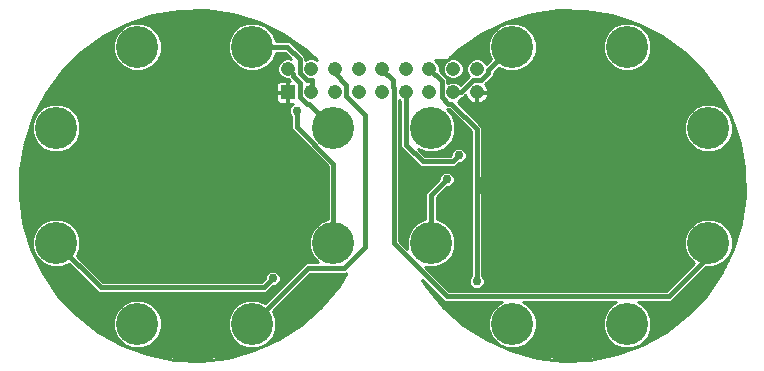
<source format=gbl>
G75*
%MOIN*%
%OFA0B0*%
%FSLAX25Y25*%
%IPPOS*%
%LPD*%
%AMOC8*
5,1,8,0,0,1.08239X$1,22.5*
%
%ADD10C,0.15000*%
%ADD11R,0.04756X0.04756*%
%ADD12C,0.04756*%
%ADD13C,0.14000*%
%ADD14C,0.01600*%
%ADD15C,0.03000*%
%ADD16C,0.29600*%
%ADD17C,0.01000*%
D10*
X0041500Y0073750D02*
X0041507Y0074302D01*
X0041527Y0074854D01*
X0041561Y0075405D01*
X0041608Y0075955D01*
X0041669Y0076504D01*
X0041744Y0077051D01*
X0041831Y0077597D01*
X0041932Y0078140D01*
X0042047Y0078680D01*
X0042174Y0079217D01*
X0042315Y0079751D01*
X0042469Y0080281D01*
X0042636Y0080808D01*
X0042815Y0081330D01*
X0043008Y0081848D01*
X0043213Y0082360D01*
X0043430Y0082868D01*
X0043660Y0083370D01*
X0043902Y0083866D01*
X0044157Y0084356D01*
X0044423Y0084840D01*
X0044701Y0085317D01*
X0044991Y0085787D01*
X0045292Y0086250D01*
X0045604Y0086706D01*
X0045928Y0087153D01*
X0046262Y0087593D01*
X0046607Y0088024D01*
X0046963Y0088446D01*
X0047329Y0088860D01*
X0047704Y0089265D01*
X0048090Y0089660D01*
X0048485Y0090046D01*
X0048890Y0090421D01*
X0049304Y0090787D01*
X0049726Y0091143D01*
X0050157Y0091488D01*
X0050597Y0091822D01*
X0051044Y0092146D01*
X0051500Y0092458D01*
X0051963Y0092759D01*
X0052433Y0093049D01*
X0052910Y0093327D01*
X0053394Y0093593D01*
X0053884Y0093848D01*
X0054380Y0094090D01*
X0054882Y0094320D01*
X0055390Y0094537D01*
X0055902Y0094742D01*
X0056420Y0094935D01*
X0056942Y0095114D01*
X0057469Y0095281D01*
X0057999Y0095435D01*
X0058533Y0095576D01*
X0059070Y0095703D01*
X0059610Y0095818D01*
X0060153Y0095919D01*
X0060699Y0096006D01*
X0061246Y0096081D01*
X0061795Y0096142D01*
X0062345Y0096189D01*
X0062896Y0096223D01*
X0063448Y0096243D01*
X0064000Y0096250D01*
X0064552Y0096243D01*
X0065104Y0096223D01*
X0065655Y0096189D01*
X0066205Y0096142D01*
X0066754Y0096081D01*
X0067301Y0096006D01*
X0067847Y0095919D01*
X0068390Y0095818D01*
X0068930Y0095703D01*
X0069467Y0095576D01*
X0070001Y0095435D01*
X0070531Y0095281D01*
X0071058Y0095114D01*
X0071580Y0094935D01*
X0072098Y0094742D01*
X0072610Y0094537D01*
X0073118Y0094320D01*
X0073620Y0094090D01*
X0074116Y0093848D01*
X0074606Y0093593D01*
X0075090Y0093327D01*
X0075567Y0093049D01*
X0076037Y0092759D01*
X0076500Y0092458D01*
X0076956Y0092146D01*
X0077403Y0091822D01*
X0077843Y0091488D01*
X0078274Y0091143D01*
X0078696Y0090787D01*
X0079110Y0090421D01*
X0079515Y0090046D01*
X0079910Y0089660D01*
X0080296Y0089265D01*
X0080671Y0088860D01*
X0081037Y0088446D01*
X0081393Y0088024D01*
X0081738Y0087593D01*
X0082072Y0087153D01*
X0082396Y0086706D01*
X0082708Y0086250D01*
X0083009Y0085787D01*
X0083299Y0085317D01*
X0083577Y0084840D01*
X0083843Y0084356D01*
X0084098Y0083866D01*
X0084340Y0083370D01*
X0084570Y0082868D01*
X0084787Y0082360D01*
X0084992Y0081848D01*
X0085185Y0081330D01*
X0085364Y0080808D01*
X0085531Y0080281D01*
X0085685Y0079751D01*
X0085826Y0079217D01*
X0085953Y0078680D01*
X0086068Y0078140D01*
X0086169Y0077597D01*
X0086256Y0077051D01*
X0086331Y0076504D01*
X0086392Y0075955D01*
X0086439Y0075405D01*
X0086473Y0074854D01*
X0086493Y0074302D01*
X0086500Y0073750D01*
X0086493Y0073198D01*
X0086473Y0072646D01*
X0086439Y0072095D01*
X0086392Y0071545D01*
X0086331Y0070996D01*
X0086256Y0070449D01*
X0086169Y0069903D01*
X0086068Y0069360D01*
X0085953Y0068820D01*
X0085826Y0068283D01*
X0085685Y0067749D01*
X0085531Y0067219D01*
X0085364Y0066692D01*
X0085185Y0066170D01*
X0084992Y0065652D01*
X0084787Y0065140D01*
X0084570Y0064632D01*
X0084340Y0064130D01*
X0084098Y0063634D01*
X0083843Y0063144D01*
X0083577Y0062660D01*
X0083299Y0062183D01*
X0083009Y0061713D01*
X0082708Y0061250D01*
X0082396Y0060794D01*
X0082072Y0060347D01*
X0081738Y0059907D01*
X0081393Y0059476D01*
X0081037Y0059054D01*
X0080671Y0058640D01*
X0080296Y0058235D01*
X0079910Y0057840D01*
X0079515Y0057454D01*
X0079110Y0057079D01*
X0078696Y0056713D01*
X0078274Y0056357D01*
X0077843Y0056012D01*
X0077403Y0055678D01*
X0076956Y0055354D01*
X0076500Y0055042D01*
X0076037Y0054741D01*
X0075567Y0054451D01*
X0075090Y0054173D01*
X0074606Y0053907D01*
X0074116Y0053652D01*
X0073620Y0053410D01*
X0073118Y0053180D01*
X0072610Y0052963D01*
X0072098Y0052758D01*
X0071580Y0052565D01*
X0071058Y0052386D01*
X0070531Y0052219D01*
X0070001Y0052065D01*
X0069467Y0051924D01*
X0068930Y0051797D01*
X0068390Y0051682D01*
X0067847Y0051581D01*
X0067301Y0051494D01*
X0066754Y0051419D01*
X0066205Y0051358D01*
X0065655Y0051311D01*
X0065104Y0051277D01*
X0064552Y0051257D01*
X0064000Y0051250D01*
X0063448Y0051257D01*
X0062896Y0051277D01*
X0062345Y0051311D01*
X0061795Y0051358D01*
X0061246Y0051419D01*
X0060699Y0051494D01*
X0060153Y0051581D01*
X0059610Y0051682D01*
X0059070Y0051797D01*
X0058533Y0051924D01*
X0057999Y0052065D01*
X0057469Y0052219D01*
X0056942Y0052386D01*
X0056420Y0052565D01*
X0055902Y0052758D01*
X0055390Y0052963D01*
X0054882Y0053180D01*
X0054380Y0053410D01*
X0053884Y0053652D01*
X0053394Y0053907D01*
X0052910Y0054173D01*
X0052433Y0054451D01*
X0051963Y0054741D01*
X0051500Y0055042D01*
X0051044Y0055354D01*
X0050597Y0055678D01*
X0050157Y0056012D01*
X0049726Y0056357D01*
X0049304Y0056713D01*
X0048890Y0057079D01*
X0048485Y0057454D01*
X0048090Y0057840D01*
X0047704Y0058235D01*
X0047329Y0058640D01*
X0046963Y0059054D01*
X0046607Y0059476D01*
X0046262Y0059907D01*
X0045928Y0060347D01*
X0045604Y0060794D01*
X0045292Y0061250D01*
X0044991Y0061713D01*
X0044701Y0062183D01*
X0044423Y0062660D01*
X0044157Y0063144D01*
X0043902Y0063634D01*
X0043660Y0064130D01*
X0043430Y0064632D01*
X0043213Y0065140D01*
X0043008Y0065652D01*
X0042815Y0066170D01*
X0042636Y0066692D01*
X0042469Y0067219D01*
X0042315Y0067749D01*
X0042174Y0068283D01*
X0042047Y0068820D01*
X0041932Y0069360D01*
X0041831Y0069903D01*
X0041744Y0070449D01*
X0041669Y0070996D01*
X0041608Y0071545D01*
X0041561Y0072095D01*
X0041527Y0072646D01*
X0041507Y0073198D01*
X0041500Y0073750D01*
X0166500Y0073750D02*
X0166507Y0074302D01*
X0166527Y0074854D01*
X0166561Y0075405D01*
X0166608Y0075955D01*
X0166669Y0076504D01*
X0166744Y0077051D01*
X0166831Y0077597D01*
X0166932Y0078140D01*
X0167047Y0078680D01*
X0167174Y0079217D01*
X0167315Y0079751D01*
X0167469Y0080281D01*
X0167636Y0080808D01*
X0167815Y0081330D01*
X0168008Y0081848D01*
X0168213Y0082360D01*
X0168430Y0082868D01*
X0168660Y0083370D01*
X0168902Y0083866D01*
X0169157Y0084356D01*
X0169423Y0084840D01*
X0169701Y0085317D01*
X0169991Y0085787D01*
X0170292Y0086250D01*
X0170604Y0086706D01*
X0170928Y0087153D01*
X0171262Y0087593D01*
X0171607Y0088024D01*
X0171963Y0088446D01*
X0172329Y0088860D01*
X0172704Y0089265D01*
X0173090Y0089660D01*
X0173485Y0090046D01*
X0173890Y0090421D01*
X0174304Y0090787D01*
X0174726Y0091143D01*
X0175157Y0091488D01*
X0175597Y0091822D01*
X0176044Y0092146D01*
X0176500Y0092458D01*
X0176963Y0092759D01*
X0177433Y0093049D01*
X0177910Y0093327D01*
X0178394Y0093593D01*
X0178884Y0093848D01*
X0179380Y0094090D01*
X0179882Y0094320D01*
X0180390Y0094537D01*
X0180902Y0094742D01*
X0181420Y0094935D01*
X0181942Y0095114D01*
X0182469Y0095281D01*
X0182999Y0095435D01*
X0183533Y0095576D01*
X0184070Y0095703D01*
X0184610Y0095818D01*
X0185153Y0095919D01*
X0185699Y0096006D01*
X0186246Y0096081D01*
X0186795Y0096142D01*
X0187345Y0096189D01*
X0187896Y0096223D01*
X0188448Y0096243D01*
X0189000Y0096250D01*
X0189552Y0096243D01*
X0190104Y0096223D01*
X0190655Y0096189D01*
X0191205Y0096142D01*
X0191754Y0096081D01*
X0192301Y0096006D01*
X0192847Y0095919D01*
X0193390Y0095818D01*
X0193930Y0095703D01*
X0194467Y0095576D01*
X0195001Y0095435D01*
X0195531Y0095281D01*
X0196058Y0095114D01*
X0196580Y0094935D01*
X0197098Y0094742D01*
X0197610Y0094537D01*
X0198118Y0094320D01*
X0198620Y0094090D01*
X0199116Y0093848D01*
X0199606Y0093593D01*
X0200090Y0093327D01*
X0200567Y0093049D01*
X0201037Y0092759D01*
X0201500Y0092458D01*
X0201956Y0092146D01*
X0202403Y0091822D01*
X0202843Y0091488D01*
X0203274Y0091143D01*
X0203696Y0090787D01*
X0204110Y0090421D01*
X0204515Y0090046D01*
X0204910Y0089660D01*
X0205296Y0089265D01*
X0205671Y0088860D01*
X0206037Y0088446D01*
X0206393Y0088024D01*
X0206738Y0087593D01*
X0207072Y0087153D01*
X0207396Y0086706D01*
X0207708Y0086250D01*
X0208009Y0085787D01*
X0208299Y0085317D01*
X0208577Y0084840D01*
X0208843Y0084356D01*
X0209098Y0083866D01*
X0209340Y0083370D01*
X0209570Y0082868D01*
X0209787Y0082360D01*
X0209992Y0081848D01*
X0210185Y0081330D01*
X0210364Y0080808D01*
X0210531Y0080281D01*
X0210685Y0079751D01*
X0210826Y0079217D01*
X0210953Y0078680D01*
X0211068Y0078140D01*
X0211169Y0077597D01*
X0211256Y0077051D01*
X0211331Y0076504D01*
X0211392Y0075955D01*
X0211439Y0075405D01*
X0211473Y0074854D01*
X0211493Y0074302D01*
X0211500Y0073750D01*
X0211493Y0073198D01*
X0211473Y0072646D01*
X0211439Y0072095D01*
X0211392Y0071545D01*
X0211331Y0070996D01*
X0211256Y0070449D01*
X0211169Y0069903D01*
X0211068Y0069360D01*
X0210953Y0068820D01*
X0210826Y0068283D01*
X0210685Y0067749D01*
X0210531Y0067219D01*
X0210364Y0066692D01*
X0210185Y0066170D01*
X0209992Y0065652D01*
X0209787Y0065140D01*
X0209570Y0064632D01*
X0209340Y0064130D01*
X0209098Y0063634D01*
X0208843Y0063144D01*
X0208577Y0062660D01*
X0208299Y0062183D01*
X0208009Y0061713D01*
X0207708Y0061250D01*
X0207396Y0060794D01*
X0207072Y0060347D01*
X0206738Y0059907D01*
X0206393Y0059476D01*
X0206037Y0059054D01*
X0205671Y0058640D01*
X0205296Y0058235D01*
X0204910Y0057840D01*
X0204515Y0057454D01*
X0204110Y0057079D01*
X0203696Y0056713D01*
X0203274Y0056357D01*
X0202843Y0056012D01*
X0202403Y0055678D01*
X0201956Y0055354D01*
X0201500Y0055042D01*
X0201037Y0054741D01*
X0200567Y0054451D01*
X0200090Y0054173D01*
X0199606Y0053907D01*
X0199116Y0053652D01*
X0198620Y0053410D01*
X0198118Y0053180D01*
X0197610Y0052963D01*
X0197098Y0052758D01*
X0196580Y0052565D01*
X0196058Y0052386D01*
X0195531Y0052219D01*
X0195001Y0052065D01*
X0194467Y0051924D01*
X0193930Y0051797D01*
X0193390Y0051682D01*
X0192847Y0051581D01*
X0192301Y0051494D01*
X0191754Y0051419D01*
X0191205Y0051358D01*
X0190655Y0051311D01*
X0190104Y0051277D01*
X0189552Y0051257D01*
X0189000Y0051250D01*
X0188448Y0051257D01*
X0187896Y0051277D01*
X0187345Y0051311D01*
X0186795Y0051358D01*
X0186246Y0051419D01*
X0185699Y0051494D01*
X0185153Y0051581D01*
X0184610Y0051682D01*
X0184070Y0051797D01*
X0183533Y0051924D01*
X0182999Y0052065D01*
X0182469Y0052219D01*
X0181942Y0052386D01*
X0181420Y0052565D01*
X0180902Y0052758D01*
X0180390Y0052963D01*
X0179882Y0053180D01*
X0179380Y0053410D01*
X0178884Y0053652D01*
X0178394Y0053907D01*
X0177910Y0054173D01*
X0177433Y0054451D01*
X0176963Y0054741D01*
X0176500Y0055042D01*
X0176044Y0055354D01*
X0175597Y0055678D01*
X0175157Y0056012D01*
X0174726Y0056357D01*
X0174304Y0056713D01*
X0173890Y0057079D01*
X0173485Y0057454D01*
X0173090Y0057840D01*
X0172704Y0058235D01*
X0172329Y0058640D01*
X0171963Y0059054D01*
X0171607Y0059476D01*
X0171262Y0059907D01*
X0170928Y0060347D01*
X0170604Y0060794D01*
X0170292Y0061250D01*
X0169991Y0061713D01*
X0169701Y0062183D01*
X0169423Y0062660D01*
X0169157Y0063144D01*
X0168902Y0063634D01*
X0168660Y0064130D01*
X0168430Y0064632D01*
X0168213Y0065140D01*
X0168008Y0065652D01*
X0167815Y0066170D01*
X0167636Y0066692D01*
X0167469Y0067219D01*
X0167315Y0067749D01*
X0167174Y0068283D01*
X0167047Y0068820D01*
X0166932Y0069360D01*
X0166831Y0069903D01*
X0166744Y0070449D01*
X0166669Y0070996D01*
X0166608Y0071545D01*
X0166561Y0072095D01*
X0166527Y0072646D01*
X0166507Y0073198D01*
X0166500Y0073750D01*
D11*
X0095004Y0104813D03*
D12*
X0102878Y0104813D03*
X0110752Y0104813D03*
X0118626Y0104813D03*
X0126500Y0104813D03*
X0134374Y0104813D03*
X0142248Y0104813D03*
X0150122Y0104813D03*
X0157996Y0104813D03*
X0157996Y0112687D03*
X0150122Y0112687D03*
X0142248Y0112687D03*
X0134374Y0112687D03*
X0126500Y0112687D03*
X0118626Y0112687D03*
X0110752Y0112687D03*
X0102878Y0112687D03*
X0095004Y0112687D03*
D13*
X0083134Y0119940D03*
X0044866Y0119940D03*
X0017806Y0092884D03*
X0017806Y0054616D03*
X0044866Y0027556D03*
X0083134Y0027556D03*
X0110194Y0054616D03*
X0142806Y0054616D03*
X0169866Y0027556D03*
X0208134Y0027556D03*
X0235194Y0054616D03*
X0235194Y0092884D03*
X0208134Y0119944D03*
X0169866Y0119944D03*
X0142806Y0092884D03*
X0110194Y0092884D03*
D14*
X0102043Y0101035D01*
X0101313Y0101035D01*
X0099100Y0103248D01*
X0099100Y0108011D01*
X0096800Y0110311D01*
X0096800Y0110891D01*
X0095004Y0112687D01*
X0095004Y0112549D01*
X0099000Y0111222D02*
X0099000Y0115750D01*
X0094810Y0119940D01*
X0083134Y0119940D01*
X0099000Y0111222D02*
X0101313Y0108909D01*
X0102841Y0108909D01*
X0103000Y0108750D01*
X0103000Y0104935D01*
X0102878Y0104813D01*
X0110752Y0111156D02*
X0110752Y0112687D01*
X0110752Y0111156D02*
X0114530Y0107378D01*
X0114530Y0103539D01*
X0120794Y0097275D01*
X0120794Y0053337D01*
X0113673Y0046216D01*
X0101794Y0046216D01*
X0083134Y0027556D01*
X0087000Y0039750D02*
X0032672Y0039750D01*
X0017806Y0054616D01*
X0087000Y0039750D02*
X0090000Y0042750D01*
X0110194Y0054616D02*
X0110194Y0081005D01*
X0098000Y0093198D01*
X0098000Y0098650D01*
X0126500Y0112250D02*
X0126500Y0112687D01*
X0126500Y0112250D02*
X0130000Y0108750D01*
X0130000Y0106656D01*
X0130278Y0106378D01*
X0130278Y0054472D01*
X0148000Y0036750D01*
X0222000Y0036750D01*
X0235194Y0049944D01*
X0235194Y0054616D01*
X0158000Y0041750D02*
X0158000Y0092592D01*
X0149557Y0101035D01*
X0148557Y0101035D01*
X0146344Y0103248D01*
X0146344Y0108591D01*
X0142248Y0112687D01*
X0152653Y0104813D02*
X0156749Y0108909D01*
X0159561Y0108909D01*
X0161774Y0111122D01*
X0161774Y0112122D01*
X0169596Y0119944D01*
X0169866Y0119944D01*
X0152653Y0104813D02*
X0150122Y0104813D01*
X0134374Y0104813D02*
X0134374Y0087376D01*
X0140000Y0081750D01*
X0150000Y0081750D01*
X0152000Y0083750D01*
X0148000Y0075750D02*
X0142806Y0070556D01*
X0142806Y0054616D01*
D15*
X0136000Y0067750D03*
X0148000Y0075750D03*
X0152000Y0070750D03*
X0152000Y0083750D03*
X0167000Y0104750D03*
X0188000Y0111750D03*
X0182000Y0125750D03*
X0215000Y0096750D03*
X0235000Y0104750D03*
X0232000Y0072750D03*
X0217000Y0044750D03*
X0222000Y0031750D03*
X0191000Y0032750D03*
X0158000Y0041750D03*
X0155000Y0031750D03*
X0104000Y0039750D03*
X0090000Y0042750D03*
X0065000Y0022750D03*
X0029000Y0034750D03*
X0035000Y0048750D03*
X0019000Y0074750D03*
X0031000Y0101750D03*
X0067000Y0117750D03*
X0089000Y0111750D03*
X0098000Y0098650D03*
X0103000Y0073750D03*
D16*
X0064000Y0073750D03*
X0189000Y0073750D03*
D17*
X0039771Y0020559D02*
X0031879Y0024918D01*
X0024752Y0030439D01*
X0018558Y0036990D01*
X0013445Y0044415D01*
X0009535Y0052539D01*
X0006921Y0061167D01*
X0005665Y0070095D01*
X0005797Y0079109D01*
X0007313Y0087996D01*
X0010178Y0096544D01*
X0014324Y0104550D01*
X0019651Y0111823D01*
X0026034Y0118190D01*
X0033320Y0123500D01*
X0041335Y0127627D01*
X0049890Y0130471D01*
X0058781Y0131966D01*
X0067796Y0132077D01*
X0076720Y0130799D01*
X0085342Y0128164D01*
X0093456Y0124235D01*
X0100869Y0119105D01*
X0104251Y0116131D01*
X0104676Y0115707D01*
X0103570Y0116165D01*
X0102186Y0116165D01*
X0100908Y0115635D01*
X0100900Y0115628D01*
X0100900Y0116537D01*
X0096710Y0120727D01*
X0095597Y0121840D01*
X0091114Y0121840D01*
X0090001Y0124528D01*
X0087722Y0126807D01*
X0084745Y0128040D01*
X0081523Y0128040D01*
X0078546Y0126807D01*
X0076267Y0124528D01*
X0075034Y0121551D01*
X0075034Y0118329D01*
X0076267Y0115352D01*
X0078546Y0113073D01*
X0081523Y0111840D01*
X0084745Y0111840D01*
X0087722Y0113073D01*
X0090001Y0115352D01*
X0091114Y0118040D01*
X0094023Y0118040D01*
X0096041Y0116022D01*
X0095696Y0116165D01*
X0094312Y0116165D01*
X0093034Y0115635D01*
X0092055Y0114657D01*
X0091526Y0113379D01*
X0091526Y0111995D01*
X0092055Y0110717D01*
X0093034Y0109739D01*
X0094312Y0109209D01*
X0095215Y0109209D01*
X0095733Y0108691D01*
X0095193Y0108691D01*
X0095193Y0105002D01*
X0094815Y0105002D01*
X0094815Y0108691D01*
X0092428Y0108691D01*
X0092047Y0108589D01*
X0091705Y0108391D01*
X0091426Y0108112D01*
X0091228Y0107770D01*
X0091126Y0107388D01*
X0091126Y0105002D01*
X0094815Y0105002D01*
X0094815Y0104624D01*
X0095193Y0104624D01*
X0095193Y0100935D01*
X0096723Y0100935D01*
X0096527Y0100854D01*
X0095796Y0100123D01*
X0095400Y0099167D01*
X0095400Y0098133D01*
X0095796Y0097177D01*
X0096100Y0096873D01*
X0096100Y0092411D01*
X0108294Y0080217D01*
X0108294Y0062596D01*
X0105606Y0061483D01*
X0103327Y0059204D01*
X0102094Y0056227D01*
X0102094Y0053005D01*
X0103327Y0050028D01*
X0105239Y0048116D01*
X0101007Y0048116D01*
X0099894Y0047003D01*
X0087433Y0034542D01*
X0084745Y0035656D01*
X0081523Y0035656D01*
X0078546Y0034423D01*
X0076267Y0032144D01*
X0075034Y0029167D01*
X0075034Y0025945D01*
X0076267Y0022968D01*
X0078546Y0020689D01*
X0081523Y0019456D01*
X0084745Y0019456D01*
X0087722Y0020689D01*
X0090001Y0022968D01*
X0091234Y0025945D01*
X0091234Y0029167D01*
X0090120Y0031855D01*
X0102581Y0044316D01*
X0114460Y0044316D01*
X0114552Y0044408D01*
X0114388Y0044129D01*
X0111953Y0040331D01*
X0106243Y0033354D01*
X0099529Y0027338D01*
X0091969Y0022427D01*
X0083743Y0018736D01*
X0075048Y0016354D01*
X0066090Y0015338D01*
X0057082Y0015712D01*
X0048239Y0017466D01*
X0039771Y0020559D01*
X0039444Y0020740D02*
X0040227Y0020740D01*
X0040278Y0020689D02*
X0043255Y0019456D01*
X0046477Y0019456D01*
X0049454Y0020689D01*
X0051733Y0022968D01*
X0052966Y0025945D01*
X0052966Y0029167D01*
X0051733Y0032144D01*
X0049454Y0034423D01*
X0046477Y0035656D01*
X0043255Y0035656D01*
X0040278Y0034423D01*
X0037999Y0032144D01*
X0036766Y0029167D01*
X0036766Y0025945D01*
X0037999Y0022968D01*
X0040278Y0020689D01*
X0039229Y0021738D02*
X0037637Y0021738D01*
X0038230Y0022737D02*
X0035829Y0022737D01*
X0034021Y0023735D02*
X0037681Y0023735D01*
X0037268Y0024734D02*
X0032213Y0024734D01*
X0030828Y0025732D02*
X0036854Y0025732D01*
X0036766Y0026731D02*
X0029539Y0026731D01*
X0028250Y0027729D02*
X0036766Y0027729D01*
X0036766Y0028728D02*
X0026961Y0028728D01*
X0025672Y0029726D02*
X0036998Y0029726D01*
X0037411Y0030725D02*
X0024481Y0030725D01*
X0023537Y0031723D02*
X0037825Y0031723D01*
X0038577Y0032722D02*
X0022593Y0032722D01*
X0021649Y0033720D02*
X0039575Y0033720D01*
X0040992Y0034719D02*
X0020705Y0034719D01*
X0019761Y0035717D02*
X0088608Y0035717D01*
X0087610Y0034719D02*
X0087008Y0034719D01*
X0090987Y0032722D02*
X0105538Y0032722D01*
X0106543Y0033720D02*
X0091985Y0033720D01*
X0092984Y0034719D02*
X0107360Y0034719D01*
X0108178Y0035717D02*
X0093982Y0035717D01*
X0094981Y0036716D02*
X0108995Y0036716D01*
X0109812Y0037714D02*
X0095979Y0037714D01*
X0096978Y0038713D02*
X0110629Y0038713D01*
X0111446Y0039711D02*
X0097976Y0039711D01*
X0098975Y0040710D02*
X0112196Y0040710D01*
X0112836Y0041708D02*
X0099973Y0041708D01*
X0100972Y0042707D02*
X0113476Y0042707D01*
X0114117Y0043705D02*
X0101970Y0043705D01*
X0099592Y0046701D02*
X0028408Y0046701D01*
X0027410Y0047699D02*
X0100590Y0047699D01*
X0103658Y0049696D02*
X0025413Y0049696D01*
X0024793Y0050317D02*
X0025906Y0053005D01*
X0025906Y0056227D01*
X0024673Y0059204D01*
X0022394Y0061483D01*
X0019417Y0062716D01*
X0016195Y0062716D01*
X0013218Y0061483D01*
X0010939Y0059204D01*
X0009706Y0056227D01*
X0009706Y0053005D01*
X0010939Y0050028D01*
X0013218Y0047749D01*
X0016195Y0046516D01*
X0019417Y0046516D01*
X0022106Y0047630D01*
X0031885Y0037850D01*
X0087787Y0037850D01*
X0088900Y0038963D01*
X0090087Y0040150D01*
X0090517Y0040150D01*
X0091473Y0040546D01*
X0092204Y0041277D01*
X0092600Y0042233D01*
X0092600Y0043267D01*
X0092204Y0044223D01*
X0091473Y0044954D01*
X0090517Y0045350D01*
X0089483Y0045350D01*
X0088527Y0044954D01*
X0087796Y0044223D01*
X0087400Y0043267D01*
X0087400Y0042837D01*
X0086213Y0041650D01*
X0033459Y0041650D01*
X0024793Y0050317D01*
X0024949Y0050695D02*
X0103051Y0050695D01*
X0102637Y0051693D02*
X0025363Y0051693D01*
X0025776Y0052692D02*
X0102223Y0052692D01*
X0102094Y0053690D02*
X0025906Y0053690D01*
X0025906Y0054689D02*
X0102094Y0054689D01*
X0102094Y0055687D02*
X0025906Y0055687D01*
X0025716Y0056686D02*
X0102284Y0056686D01*
X0102698Y0057684D02*
X0025302Y0057684D01*
X0024889Y0058683D02*
X0103111Y0058683D01*
X0103804Y0059682D02*
X0024196Y0059682D01*
X0023197Y0060680D02*
X0104803Y0060680D01*
X0106078Y0061679D02*
X0021922Y0061679D01*
X0019511Y0062677D02*
X0108294Y0062677D01*
X0108294Y0063676D02*
X0006568Y0063676D01*
X0006428Y0064674D02*
X0108294Y0064674D01*
X0108294Y0065673D02*
X0006287Y0065673D01*
X0006147Y0066671D02*
X0108294Y0066671D01*
X0108294Y0067670D02*
X0006006Y0067670D01*
X0005866Y0068668D02*
X0108294Y0068668D01*
X0108294Y0069667D02*
X0005725Y0069667D01*
X0005673Y0070665D02*
X0108294Y0070665D01*
X0108294Y0071664D02*
X0005688Y0071664D01*
X0005703Y0072662D02*
X0108294Y0072662D01*
X0108294Y0073661D02*
X0005717Y0073661D01*
X0005732Y0074659D02*
X0108294Y0074659D01*
X0108294Y0075658D02*
X0005746Y0075658D01*
X0005761Y0076656D02*
X0108294Y0076656D01*
X0108294Y0077655D02*
X0005776Y0077655D01*
X0005790Y0078653D02*
X0108294Y0078653D01*
X0108294Y0079652D02*
X0005889Y0079652D01*
X0006060Y0080650D02*
X0107861Y0080650D01*
X0106863Y0081649D02*
X0006230Y0081649D01*
X0006401Y0082647D02*
X0105864Y0082647D01*
X0104866Y0083646D02*
X0006571Y0083646D01*
X0006741Y0084644D02*
X0103867Y0084644D01*
X0102869Y0085643D02*
X0021491Y0085643D01*
X0022394Y0086017D02*
X0024673Y0088296D01*
X0025906Y0091273D01*
X0025906Y0094495D01*
X0024673Y0097472D01*
X0022394Y0099751D01*
X0019417Y0100984D01*
X0016195Y0100984D01*
X0013218Y0099751D01*
X0010939Y0097472D01*
X0009706Y0094495D01*
X0009706Y0091273D01*
X0010939Y0088296D01*
X0013218Y0086017D01*
X0016195Y0084784D01*
X0019417Y0084784D01*
X0022394Y0086017D01*
X0023018Y0086641D02*
X0101870Y0086641D01*
X0100872Y0087640D02*
X0024017Y0087640D01*
X0024815Y0088638D02*
X0099873Y0088638D01*
X0098875Y0089637D02*
X0025228Y0089637D01*
X0025642Y0090635D02*
X0097876Y0090635D01*
X0096878Y0091634D02*
X0025906Y0091634D01*
X0025906Y0092632D02*
X0096100Y0092632D01*
X0096100Y0093631D02*
X0025906Y0093631D01*
X0025850Y0094629D02*
X0096100Y0094629D01*
X0096100Y0095628D02*
X0025437Y0095628D01*
X0025023Y0096626D02*
X0096100Y0096626D01*
X0095610Y0097625D02*
X0024520Y0097625D01*
X0023522Y0098623D02*
X0095400Y0098623D01*
X0095588Y0099622D02*
X0022523Y0099622D01*
X0020295Y0100620D02*
X0096294Y0100620D01*
X0095193Y0101619D02*
X0094815Y0101619D01*
X0094815Y0100935D02*
X0092428Y0100935D01*
X0092047Y0101037D01*
X0091705Y0101235D01*
X0091426Y0101514D01*
X0091228Y0101856D01*
X0091126Y0102238D01*
X0091126Y0104624D01*
X0094815Y0104624D01*
X0094815Y0100935D01*
X0094815Y0102618D02*
X0095193Y0102618D01*
X0095193Y0103616D02*
X0094815Y0103616D01*
X0094815Y0104615D02*
X0095193Y0104615D01*
X0095193Y0105613D02*
X0094815Y0105613D01*
X0094815Y0106612D02*
X0095193Y0106612D01*
X0095193Y0107610D02*
X0094815Y0107610D01*
X0094815Y0108609D02*
X0095193Y0108609D01*
X0093351Y0109607D02*
X0018028Y0109607D01*
X0017297Y0108609D02*
X0092121Y0108609D01*
X0091185Y0107610D02*
X0016565Y0107610D01*
X0015834Y0106612D02*
X0091126Y0106612D01*
X0091126Y0105613D02*
X0015103Y0105613D01*
X0014371Y0104615D02*
X0091126Y0104615D01*
X0091126Y0103616D02*
X0013840Y0103616D01*
X0013323Y0102618D02*
X0091126Y0102618D01*
X0091365Y0101619D02*
X0012806Y0101619D01*
X0012289Y0100620D02*
X0015317Y0100620D01*
X0013089Y0099622D02*
X0011772Y0099622D01*
X0012090Y0098623D02*
X0011255Y0098623D01*
X0011092Y0097625D02*
X0010738Y0097625D01*
X0010589Y0096626D02*
X0010221Y0096626D01*
X0010175Y0095628D02*
X0009871Y0095628D01*
X0009762Y0094629D02*
X0009537Y0094629D01*
X0009706Y0093631D02*
X0009202Y0093631D01*
X0008867Y0092632D02*
X0009706Y0092632D01*
X0009706Y0091634D02*
X0008533Y0091634D01*
X0008198Y0090635D02*
X0009970Y0090635D01*
X0010384Y0089637D02*
X0007863Y0089637D01*
X0007529Y0088638D02*
X0010797Y0088638D01*
X0011595Y0087640D02*
X0007252Y0087640D01*
X0007082Y0086641D02*
X0012594Y0086641D01*
X0014121Y0085643D02*
X0006912Y0085643D01*
X0006709Y0062677D02*
X0016101Y0062677D01*
X0013690Y0061679D02*
X0006849Y0061679D01*
X0007069Y0060680D02*
X0012415Y0060680D01*
X0011416Y0059682D02*
X0007371Y0059682D01*
X0007674Y0058683D02*
X0010723Y0058683D01*
X0010310Y0057684D02*
X0007976Y0057684D01*
X0008279Y0056686D02*
X0009896Y0056686D01*
X0009706Y0055687D02*
X0008581Y0055687D01*
X0008884Y0054689D02*
X0009706Y0054689D01*
X0009706Y0053690D02*
X0009186Y0053690D01*
X0009489Y0052692D02*
X0009836Y0052692D01*
X0009942Y0051693D02*
X0010249Y0051693D01*
X0010423Y0050695D02*
X0010663Y0050695D01*
X0010903Y0049696D02*
X0011271Y0049696D01*
X0011384Y0048698D02*
X0012269Y0048698D01*
X0011865Y0047699D02*
X0013338Y0047699D01*
X0012345Y0046701D02*
X0015749Y0046701D01*
X0012826Y0045702D02*
X0024033Y0045702D01*
X0025031Y0044704D02*
X0013306Y0044704D01*
X0013934Y0043705D02*
X0026030Y0043705D01*
X0027028Y0042707D02*
X0014622Y0042707D01*
X0015309Y0041708D02*
X0028027Y0041708D01*
X0029025Y0040710D02*
X0015997Y0040710D01*
X0016684Y0039711D02*
X0030024Y0039711D01*
X0031022Y0038713D02*
X0017372Y0038713D01*
X0018059Y0037714D02*
X0090605Y0037714D01*
X0089607Y0036716D02*
X0018817Y0036716D01*
X0031404Y0043705D02*
X0087582Y0043705D01*
X0087270Y0042707D02*
X0032402Y0042707D01*
X0033401Y0041708D02*
X0086271Y0041708D01*
X0088277Y0044704D02*
X0030405Y0044704D01*
X0029407Y0045702D02*
X0098593Y0045702D01*
X0097595Y0044704D02*
X0091723Y0044704D01*
X0092418Y0043705D02*
X0096596Y0043705D01*
X0095598Y0042707D02*
X0092600Y0042707D01*
X0092383Y0041708D02*
X0094599Y0041708D01*
X0093601Y0040710D02*
X0091637Y0040710D01*
X0092602Y0039711D02*
X0089648Y0039711D01*
X0088650Y0038713D02*
X0091604Y0038713D01*
X0090175Y0031723D02*
X0104423Y0031723D01*
X0103309Y0030725D02*
X0090589Y0030725D01*
X0091002Y0029726D02*
X0102194Y0029726D01*
X0101080Y0028728D02*
X0091234Y0028728D01*
X0091234Y0027729D02*
X0099965Y0027729D01*
X0098594Y0026731D02*
X0091234Y0026731D01*
X0091146Y0025732D02*
X0097057Y0025732D01*
X0095520Y0024734D02*
X0090732Y0024734D01*
X0090319Y0023735D02*
X0093983Y0023735D01*
X0092446Y0022737D02*
X0089770Y0022737D01*
X0090434Y0021738D02*
X0088771Y0021738D01*
X0088209Y0020740D02*
X0087773Y0020740D01*
X0085983Y0019741D02*
X0085433Y0019741D01*
X0083758Y0018743D02*
X0044744Y0018743D01*
X0042567Y0019741D02*
X0042011Y0019741D01*
X0047165Y0019741D02*
X0080835Y0019741D01*
X0078495Y0020740D02*
X0049505Y0020740D01*
X0050503Y0021738D02*
X0077497Y0021738D01*
X0076498Y0022737D02*
X0051502Y0022737D01*
X0052051Y0023735D02*
X0075949Y0023735D01*
X0075536Y0024734D02*
X0052464Y0024734D01*
X0052878Y0025732D02*
X0075122Y0025732D01*
X0075034Y0026731D02*
X0052966Y0026731D01*
X0052966Y0027729D02*
X0075034Y0027729D01*
X0075034Y0028728D02*
X0052966Y0028728D01*
X0052734Y0029726D02*
X0075266Y0029726D01*
X0075679Y0030725D02*
X0052321Y0030725D01*
X0051907Y0031723D02*
X0076093Y0031723D01*
X0076845Y0032722D02*
X0051155Y0032722D01*
X0050157Y0033720D02*
X0077843Y0033720D01*
X0079260Y0034719D02*
X0048740Y0034719D01*
X0023034Y0046701D02*
X0019864Y0046701D01*
X0026411Y0048698D02*
X0104657Y0048698D01*
X0132178Y0055259D02*
X0132178Y0102091D01*
X0132404Y0101865D01*
X0132474Y0101835D01*
X0132474Y0086589D01*
X0139213Y0079850D01*
X0140787Y0079850D01*
X0149213Y0079850D01*
X0150787Y0079850D01*
X0152087Y0081150D01*
X0152517Y0081150D01*
X0153473Y0081546D01*
X0154204Y0082277D01*
X0154600Y0083233D01*
X0154600Y0084267D01*
X0154204Y0085223D01*
X0153473Y0085954D01*
X0152517Y0086350D01*
X0151483Y0086350D01*
X0150527Y0085954D01*
X0149796Y0085223D01*
X0149400Y0084267D01*
X0149400Y0083837D01*
X0149213Y0083650D01*
X0140787Y0083650D01*
X0138563Y0085874D01*
X0141195Y0084784D01*
X0144417Y0084784D01*
X0147394Y0086017D01*
X0149673Y0088296D01*
X0150906Y0091273D01*
X0150906Y0094495D01*
X0149673Y0097472D01*
X0148010Y0099135D01*
X0148770Y0099135D01*
X0156100Y0091805D01*
X0156100Y0043527D01*
X0155796Y0043223D01*
X0155400Y0042267D01*
X0155400Y0041233D01*
X0155796Y0040277D01*
X0156527Y0039546D01*
X0157483Y0039150D01*
X0158517Y0039150D01*
X0159473Y0039546D01*
X0160204Y0040277D01*
X0160600Y0041233D01*
X0160600Y0042267D01*
X0160204Y0043223D01*
X0159900Y0043527D01*
X0159900Y0093379D01*
X0151613Y0101666D01*
X0152092Y0101865D01*
X0153070Y0102843D01*
X0153100Y0102913D01*
X0153440Y0102913D01*
X0154258Y0103730D01*
X0154267Y0103682D01*
X0154559Y0102976D01*
X0154984Y0102341D01*
X0155524Y0101801D01*
X0156159Y0101376D01*
X0156865Y0101084D01*
X0157614Y0100935D01*
X0157807Y0100935D01*
X0157807Y0104624D01*
X0158185Y0104624D01*
X0158185Y0100935D01*
X0158378Y0100935D01*
X0159127Y0101084D01*
X0159833Y0101376D01*
X0160468Y0101801D01*
X0161008Y0102341D01*
X0161433Y0102976D01*
X0161725Y0103682D01*
X0161874Y0104431D01*
X0161874Y0104624D01*
X0158185Y0104624D01*
X0158185Y0105002D01*
X0161874Y0105002D01*
X0161874Y0105195D01*
X0161725Y0105944D01*
X0161433Y0106650D01*
X0161008Y0107285D01*
X0160816Y0107477D01*
X0163674Y0110335D01*
X0163674Y0111335D01*
X0165376Y0113037D01*
X0168255Y0111844D01*
X0171477Y0111844D01*
X0174454Y0113077D01*
X0176733Y0115356D01*
X0177966Y0118333D01*
X0177966Y0121555D01*
X0176733Y0124532D01*
X0174454Y0126811D01*
X0171477Y0128044D01*
X0168255Y0128044D01*
X0165278Y0126811D01*
X0162999Y0124532D01*
X0161766Y0121555D01*
X0161766Y0118333D01*
X0162800Y0115835D01*
X0161143Y0114178D01*
X0160945Y0114657D01*
X0159966Y0115635D01*
X0158688Y0116165D01*
X0157304Y0116165D01*
X0156026Y0115635D01*
X0155048Y0114657D01*
X0154518Y0113379D01*
X0154518Y0111995D01*
X0155048Y0110717D01*
X0155459Y0110306D01*
X0154849Y0109696D01*
X0152503Y0107350D01*
X0152092Y0107761D01*
X0150814Y0108291D01*
X0149430Y0108291D01*
X0148244Y0107800D01*
X0148244Y0109378D01*
X0147131Y0110491D01*
X0145697Y0111925D01*
X0145726Y0111995D01*
X0145726Y0113379D01*
X0145196Y0114657D01*
X0144218Y0115635D01*
X0144062Y0115700D01*
X0147655Y0115700D01*
X0148270Y0115684D01*
X0148152Y0115635D01*
X0147174Y0114657D01*
X0146644Y0113379D01*
X0146644Y0111995D01*
X0147174Y0110717D01*
X0148152Y0109739D01*
X0149430Y0109209D01*
X0150814Y0109209D01*
X0152092Y0109739D01*
X0153070Y0110717D01*
X0153600Y0111995D01*
X0153600Y0113379D01*
X0153070Y0114657D01*
X0152092Y0115635D01*
X0150814Y0116165D01*
X0149430Y0116165D01*
X0148324Y0115707D01*
X0148748Y0116131D01*
X0152131Y0119105D01*
X0159544Y0124235D01*
X0167658Y0128164D01*
X0176280Y0130799D01*
X0185204Y0132077D01*
X0194219Y0131966D01*
X0203110Y0130471D01*
X0211665Y0127627D01*
X0219680Y0123500D01*
X0226966Y0118190D01*
X0233349Y0111823D01*
X0238676Y0104550D01*
X0242822Y0096544D01*
X0245687Y0087996D01*
X0247203Y0079109D01*
X0247335Y0070095D01*
X0246079Y0061167D01*
X0243465Y0052539D01*
X0239555Y0044415D01*
X0234442Y0036990D01*
X0228248Y0030439D01*
X0221121Y0024918D01*
X0213229Y0020559D01*
X0204761Y0017466D01*
X0195918Y0015712D01*
X0186910Y0015338D01*
X0177952Y0016354D01*
X0169257Y0018736D01*
X0161031Y0022427D01*
X0153471Y0027338D01*
X0146757Y0033354D01*
X0141047Y0040331D01*
X0139823Y0042240D01*
X0147213Y0034850D01*
X0166309Y0034850D01*
X0165278Y0034423D01*
X0162999Y0032144D01*
X0161766Y0029167D01*
X0161766Y0025945D01*
X0162999Y0022968D01*
X0165278Y0020689D01*
X0168255Y0019456D01*
X0171477Y0019456D01*
X0174454Y0020689D01*
X0176733Y0022968D01*
X0177966Y0025945D01*
X0177966Y0029167D01*
X0176733Y0032144D01*
X0174454Y0034423D01*
X0173423Y0034850D01*
X0204577Y0034850D01*
X0203546Y0034423D01*
X0201267Y0032144D01*
X0200034Y0029167D01*
X0200034Y0025945D01*
X0201267Y0022968D01*
X0203546Y0020689D01*
X0206523Y0019456D01*
X0209745Y0019456D01*
X0212722Y0020689D01*
X0215001Y0022968D01*
X0216234Y0025945D01*
X0216234Y0029167D01*
X0215001Y0032144D01*
X0212722Y0034423D01*
X0211691Y0034850D01*
X0222787Y0034850D01*
X0234453Y0046516D01*
X0236805Y0046516D01*
X0239782Y0047749D01*
X0242061Y0050028D01*
X0243294Y0053005D01*
X0243294Y0056227D01*
X0242061Y0059204D01*
X0239782Y0061483D01*
X0236805Y0062716D01*
X0233583Y0062716D01*
X0230606Y0061483D01*
X0228327Y0059204D01*
X0227094Y0056227D01*
X0227094Y0053005D01*
X0228327Y0050028D01*
X0230459Y0047896D01*
X0221213Y0038650D01*
X0148787Y0038650D01*
X0140727Y0046710D01*
X0141195Y0046516D01*
X0144417Y0046516D01*
X0147394Y0047749D01*
X0149673Y0050028D01*
X0150906Y0053005D01*
X0150906Y0056227D01*
X0149673Y0059204D01*
X0147394Y0061483D01*
X0144706Y0062596D01*
X0144706Y0069769D01*
X0148087Y0073150D01*
X0148517Y0073150D01*
X0149473Y0073546D01*
X0150204Y0074277D01*
X0150600Y0075233D01*
X0150600Y0076267D01*
X0150204Y0077223D01*
X0149473Y0077954D01*
X0148517Y0078350D01*
X0147483Y0078350D01*
X0146527Y0077954D01*
X0145796Y0077223D01*
X0145400Y0076267D01*
X0145400Y0075837D01*
X0142019Y0072456D01*
X0140906Y0071343D01*
X0140906Y0062596D01*
X0138218Y0061483D01*
X0135939Y0059204D01*
X0134706Y0056227D01*
X0134706Y0053005D01*
X0134900Y0052537D01*
X0132178Y0055259D01*
X0132178Y0055687D02*
X0134706Y0055687D01*
X0134706Y0054689D02*
X0132748Y0054689D01*
X0133747Y0053690D02*
X0134706Y0053690D01*
X0134745Y0052692D02*
X0134836Y0052692D01*
X0134896Y0056686D02*
X0132178Y0056686D01*
X0132178Y0057684D02*
X0135310Y0057684D01*
X0135723Y0058683D02*
X0132178Y0058683D01*
X0132178Y0059682D02*
X0136416Y0059682D01*
X0137415Y0060680D02*
X0132178Y0060680D01*
X0132178Y0061679D02*
X0138690Y0061679D01*
X0140906Y0062677D02*
X0132178Y0062677D01*
X0132178Y0063676D02*
X0140906Y0063676D01*
X0140906Y0064674D02*
X0132178Y0064674D01*
X0132178Y0065673D02*
X0140906Y0065673D01*
X0140906Y0066671D02*
X0132178Y0066671D01*
X0132178Y0067670D02*
X0140906Y0067670D01*
X0140906Y0068668D02*
X0132178Y0068668D01*
X0132178Y0069667D02*
X0140906Y0069667D01*
X0140906Y0070665D02*
X0132178Y0070665D01*
X0132178Y0071664D02*
X0141227Y0071664D01*
X0142019Y0072456D02*
X0142019Y0072456D01*
X0142225Y0072662D02*
X0132178Y0072662D01*
X0132178Y0073661D02*
X0143224Y0073661D01*
X0144222Y0074659D02*
X0132178Y0074659D01*
X0132178Y0075658D02*
X0145221Y0075658D01*
X0145561Y0076656D02*
X0132178Y0076656D01*
X0132178Y0077655D02*
X0146228Y0077655D01*
X0149772Y0077655D02*
X0156100Y0077655D01*
X0156100Y0078653D02*
X0132178Y0078653D01*
X0132178Y0079652D02*
X0156100Y0079652D01*
X0156100Y0080650D02*
X0151587Y0080650D01*
X0153576Y0081649D02*
X0156100Y0081649D01*
X0156100Y0082647D02*
X0154357Y0082647D01*
X0154600Y0083646D02*
X0156100Y0083646D01*
X0156100Y0084644D02*
X0154444Y0084644D01*
X0153784Y0085643D02*
X0156100Y0085643D01*
X0156100Y0086641D02*
X0148018Y0086641D01*
X0149017Y0087640D02*
X0156100Y0087640D01*
X0156100Y0088638D02*
X0149815Y0088638D01*
X0150228Y0089637D02*
X0156100Y0089637D01*
X0156100Y0090635D02*
X0150642Y0090635D01*
X0150906Y0091634D02*
X0156100Y0091634D01*
X0155273Y0092632D02*
X0150906Y0092632D01*
X0150906Y0093631D02*
X0154274Y0093631D01*
X0153276Y0094629D02*
X0150850Y0094629D01*
X0150437Y0095628D02*
X0152277Y0095628D01*
X0151279Y0096626D02*
X0150023Y0096626D01*
X0150280Y0097625D02*
X0149520Y0097625D01*
X0149282Y0098623D02*
X0148522Y0098623D01*
X0152659Y0100620D02*
X0232705Y0100620D01*
X0233583Y0100984D02*
X0230606Y0099751D01*
X0228327Y0097472D01*
X0227094Y0094495D01*
X0227094Y0091273D01*
X0228327Y0088296D01*
X0230606Y0086017D01*
X0233583Y0084784D01*
X0236805Y0084784D01*
X0239782Y0086017D01*
X0242061Y0088296D01*
X0243294Y0091273D01*
X0243294Y0094495D01*
X0242061Y0097472D01*
X0239782Y0099751D01*
X0236805Y0100984D01*
X0233583Y0100984D01*
X0230477Y0099622D02*
X0153657Y0099622D01*
X0154656Y0098623D02*
X0229478Y0098623D01*
X0228480Y0097625D02*
X0155654Y0097625D01*
X0156653Y0096626D02*
X0227977Y0096626D01*
X0227563Y0095628D02*
X0157651Y0095628D01*
X0158650Y0094629D02*
X0227150Y0094629D01*
X0227094Y0093631D02*
X0159648Y0093631D01*
X0159900Y0092632D02*
X0227094Y0092632D01*
X0227094Y0091634D02*
X0159900Y0091634D01*
X0159900Y0090635D02*
X0227358Y0090635D01*
X0227772Y0089637D02*
X0159900Y0089637D01*
X0159900Y0088638D02*
X0228185Y0088638D01*
X0228983Y0087640D02*
X0159900Y0087640D01*
X0159900Y0086641D02*
X0229982Y0086641D01*
X0231509Y0085643D02*
X0159900Y0085643D01*
X0159900Y0084644D02*
X0246259Y0084644D01*
X0246429Y0083646D02*
X0159900Y0083646D01*
X0159900Y0082647D02*
X0246599Y0082647D01*
X0246770Y0081649D02*
X0159900Y0081649D01*
X0159900Y0080650D02*
X0246940Y0080650D01*
X0247111Y0079652D02*
X0159900Y0079652D01*
X0159900Y0078653D02*
X0247210Y0078653D01*
X0247224Y0077655D02*
X0159900Y0077655D01*
X0159900Y0076656D02*
X0247239Y0076656D01*
X0247254Y0075658D02*
X0159900Y0075658D01*
X0159900Y0074659D02*
X0247268Y0074659D01*
X0247283Y0073661D02*
X0159900Y0073661D01*
X0159900Y0072662D02*
X0247297Y0072662D01*
X0247312Y0071664D02*
X0159900Y0071664D01*
X0159900Y0070665D02*
X0247327Y0070665D01*
X0247275Y0069667D02*
X0159900Y0069667D01*
X0159900Y0068668D02*
X0247134Y0068668D01*
X0246994Y0067670D02*
X0159900Y0067670D01*
X0159900Y0066671D02*
X0246853Y0066671D01*
X0246713Y0065673D02*
X0159900Y0065673D01*
X0159900Y0064674D02*
X0246572Y0064674D01*
X0246432Y0063676D02*
X0159900Y0063676D01*
X0159900Y0062677D02*
X0233489Y0062677D01*
X0231078Y0061679D02*
X0159900Y0061679D01*
X0159900Y0060680D02*
X0229803Y0060680D01*
X0228804Y0059682D02*
X0159900Y0059682D01*
X0159900Y0058683D02*
X0228111Y0058683D01*
X0227698Y0057684D02*
X0159900Y0057684D01*
X0159900Y0056686D02*
X0227284Y0056686D01*
X0227094Y0055687D02*
X0159900Y0055687D01*
X0159900Y0054689D02*
X0227094Y0054689D01*
X0227094Y0053690D02*
X0159900Y0053690D01*
X0159900Y0052692D02*
X0227224Y0052692D01*
X0227637Y0051693D02*
X0159900Y0051693D01*
X0159900Y0050695D02*
X0228051Y0050695D01*
X0228658Y0049696D02*
X0159900Y0049696D01*
X0159900Y0048698D02*
X0229657Y0048698D01*
X0230262Y0047699D02*
X0159900Y0047699D01*
X0159900Y0046701D02*
X0229264Y0046701D01*
X0228265Y0045702D02*
X0159900Y0045702D01*
X0159900Y0044704D02*
X0227267Y0044704D01*
X0226268Y0043705D02*
X0159900Y0043705D01*
X0160418Y0042707D02*
X0225270Y0042707D01*
X0224271Y0041708D02*
X0160600Y0041708D01*
X0160383Y0040710D02*
X0223273Y0040710D01*
X0222274Y0039711D02*
X0159638Y0039711D01*
X0156362Y0039711D02*
X0147726Y0039711D01*
X0148724Y0038713D02*
X0221276Y0038713D01*
X0224653Y0036716D02*
X0234183Y0036716D01*
X0234941Y0037714D02*
X0225651Y0037714D01*
X0226650Y0038713D02*
X0235628Y0038713D01*
X0236316Y0039711D02*
X0227648Y0039711D01*
X0228647Y0040710D02*
X0237003Y0040710D01*
X0237691Y0041708D02*
X0229645Y0041708D01*
X0230644Y0042707D02*
X0238378Y0042707D01*
X0239066Y0043705D02*
X0231642Y0043705D01*
X0232641Y0044704D02*
X0239694Y0044704D01*
X0240174Y0045702D02*
X0233639Y0045702D01*
X0237252Y0046701D02*
X0240655Y0046701D01*
X0241135Y0047699D02*
X0239662Y0047699D01*
X0240731Y0048698D02*
X0241616Y0048698D01*
X0241730Y0049696D02*
X0242097Y0049696D01*
X0242337Y0050695D02*
X0242577Y0050695D01*
X0242751Y0051693D02*
X0243058Y0051693D01*
X0243164Y0052692D02*
X0243511Y0052692D01*
X0243294Y0053690D02*
X0243814Y0053690D01*
X0244116Y0054689D02*
X0243294Y0054689D01*
X0243294Y0055687D02*
X0244419Y0055687D01*
X0244721Y0056686D02*
X0243104Y0056686D01*
X0242690Y0057684D02*
X0245024Y0057684D01*
X0245326Y0058683D02*
X0242277Y0058683D01*
X0241584Y0059682D02*
X0245629Y0059682D01*
X0245931Y0060680D02*
X0240585Y0060680D01*
X0239310Y0061679D02*
X0246151Y0061679D01*
X0246291Y0062677D02*
X0236899Y0062677D01*
X0238879Y0085643D02*
X0246088Y0085643D01*
X0245918Y0086641D02*
X0240406Y0086641D01*
X0241405Y0087640D02*
X0245747Y0087640D01*
X0245471Y0088638D02*
X0242203Y0088638D01*
X0242616Y0089637D02*
X0245137Y0089637D01*
X0244802Y0090635D02*
X0243030Y0090635D01*
X0243294Y0091634D02*
X0244467Y0091634D01*
X0244133Y0092632D02*
X0243294Y0092632D01*
X0243294Y0093631D02*
X0243798Y0093631D01*
X0243463Y0094629D02*
X0243238Y0094629D01*
X0243129Y0095628D02*
X0242825Y0095628D01*
X0242779Y0096626D02*
X0242411Y0096626D01*
X0242262Y0097625D02*
X0241908Y0097625D01*
X0241745Y0098623D02*
X0240910Y0098623D01*
X0241228Y0099622D02*
X0239911Y0099622D01*
X0240711Y0100620D02*
X0237683Y0100620D01*
X0240194Y0101619D02*
X0160196Y0101619D01*
X0161193Y0102618D02*
X0239677Y0102618D01*
X0239160Y0103616D02*
X0161698Y0103616D01*
X0161874Y0104615D02*
X0238629Y0104615D01*
X0237897Y0105613D02*
X0161791Y0105613D01*
X0161449Y0106612D02*
X0237166Y0106612D01*
X0236435Y0107610D02*
X0160949Y0107610D01*
X0161947Y0108609D02*
X0235703Y0108609D01*
X0234972Y0109607D02*
X0162946Y0109607D01*
X0163674Y0110606D02*
X0234240Y0110606D01*
X0233509Y0111604D02*
X0163943Y0111604D01*
X0164941Y0112603D02*
X0166423Y0112603D01*
X0162563Y0115598D02*
X0160003Y0115598D01*
X0160968Y0114600D02*
X0161565Y0114600D01*
X0162485Y0116597D02*
X0149278Y0116597D01*
X0150413Y0117595D02*
X0162072Y0117595D01*
X0161766Y0118594D02*
X0151549Y0118594D01*
X0152835Y0119592D02*
X0161766Y0119592D01*
X0161766Y0120591D02*
X0154278Y0120591D01*
X0155721Y0121589D02*
X0161780Y0121589D01*
X0162194Y0122588D02*
X0157163Y0122588D01*
X0158606Y0123586D02*
X0162607Y0123586D01*
X0163052Y0124585D02*
X0160266Y0124585D01*
X0162328Y0125583D02*
X0164050Y0125583D01*
X0164390Y0126582D02*
X0165049Y0126582D01*
X0166452Y0127580D02*
X0167135Y0127580D01*
X0169014Y0128579D02*
X0208801Y0128579D01*
X0209745Y0128044D02*
X0206523Y0128044D01*
X0203546Y0126811D01*
X0201267Y0124532D01*
X0200034Y0121555D01*
X0200034Y0118333D01*
X0201267Y0115356D01*
X0203546Y0113077D01*
X0206523Y0111844D01*
X0209745Y0111844D01*
X0212722Y0113077D01*
X0215001Y0115356D01*
X0216234Y0118333D01*
X0216234Y0121555D01*
X0215001Y0124532D01*
X0212722Y0126811D01*
X0209745Y0128044D01*
X0210865Y0127580D02*
X0211755Y0127580D01*
X0212951Y0126582D02*
X0213694Y0126582D01*
X0213950Y0125583D02*
X0215634Y0125583D01*
X0214948Y0124585D02*
X0217574Y0124585D01*
X0219513Y0123586D02*
X0215393Y0123586D01*
X0215806Y0122588D02*
X0220932Y0122588D01*
X0222302Y0121589D02*
X0216220Y0121589D01*
X0216234Y0120591D02*
X0223672Y0120591D01*
X0225043Y0119592D02*
X0216234Y0119592D01*
X0216234Y0118594D02*
X0226413Y0118594D01*
X0227563Y0117595D02*
X0215928Y0117595D01*
X0215515Y0116597D02*
X0228564Y0116597D01*
X0229564Y0115598D02*
X0215101Y0115598D01*
X0214245Y0114600D02*
X0230565Y0114600D01*
X0231566Y0113601D02*
X0213246Y0113601D01*
X0211577Y0112603D02*
X0232567Y0112603D01*
X0205403Y0127580D02*
X0172597Y0127580D01*
X0174683Y0126582D02*
X0203317Y0126582D01*
X0202318Y0125583D02*
X0175682Y0125583D01*
X0176680Y0124585D02*
X0201320Y0124585D01*
X0200875Y0123586D02*
X0177125Y0123586D01*
X0177538Y0122588D02*
X0200462Y0122588D01*
X0200048Y0121589D02*
X0177952Y0121589D01*
X0177966Y0120591D02*
X0200034Y0120591D01*
X0200034Y0119592D02*
X0177966Y0119592D01*
X0177966Y0118594D02*
X0200034Y0118594D01*
X0200340Y0117595D02*
X0177660Y0117595D01*
X0177247Y0116597D02*
X0200753Y0116597D01*
X0201167Y0115598D02*
X0176833Y0115598D01*
X0175977Y0114600D02*
X0202023Y0114600D01*
X0203022Y0113601D02*
X0174978Y0113601D01*
X0173309Y0112603D02*
X0204691Y0112603D01*
X0205798Y0129577D02*
X0172282Y0129577D01*
X0175549Y0130576D02*
X0202488Y0130576D01*
X0196551Y0131574D02*
X0181696Y0131574D01*
X0155989Y0115598D02*
X0152129Y0115598D01*
X0153094Y0114600D02*
X0155024Y0114600D01*
X0154610Y0113601D02*
X0153508Y0113601D01*
X0153600Y0112603D02*
X0154518Y0112603D01*
X0154680Y0111604D02*
X0153438Y0111604D01*
X0152959Y0110606D02*
X0155159Y0110606D01*
X0154760Y0109607D02*
X0151775Y0109607D01*
X0152244Y0107610D02*
X0152763Y0107610D01*
X0153762Y0108609D02*
X0148244Y0108609D01*
X0148015Y0109607D02*
X0148469Y0109607D01*
X0147285Y0110606D02*
X0147016Y0110606D01*
X0146806Y0111604D02*
X0146018Y0111604D01*
X0145726Y0112603D02*
X0146644Y0112603D01*
X0146736Y0113601D02*
X0145634Y0113601D01*
X0145220Y0114600D02*
X0147150Y0114600D01*
X0148115Y0115598D02*
X0144255Y0115598D01*
X0157807Y0104615D02*
X0158185Y0104615D01*
X0158185Y0103616D02*
X0157807Y0103616D01*
X0157807Y0102618D02*
X0158185Y0102618D01*
X0158185Y0101619D02*
X0157807Y0101619D01*
X0155796Y0101619D02*
X0151660Y0101619D01*
X0152845Y0102618D02*
X0154799Y0102618D01*
X0154294Y0103616D02*
X0154143Y0103616D01*
X0132474Y0101619D02*
X0132178Y0101619D01*
X0132178Y0100620D02*
X0132474Y0100620D01*
X0132474Y0099622D02*
X0132178Y0099622D01*
X0132178Y0098623D02*
X0132474Y0098623D01*
X0132474Y0097625D02*
X0132178Y0097625D01*
X0132178Y0096626D02*
X0132474Y0096626D01*
X0132474Y0095628D02*
X0132178Y0095628D01*
X0132178Y0094629D02*
X0132474Y0094629D01*
X0132474Y0093631D02*
X0132178Y0093631D01*
X0132178Y0092632D02*
X0132474Y0092632D01*
X0132474Y0091634D02*
X0132178Y0091634D01*
X0132178Y0090635D02*
X0132474Y0090635D01*
X0132474Y0089637D02*
X0132178Y0089637D01*
X0132178Y0088638D02*
X0132474Y0088638D01*
X0132474Y0087640D02*
X0132178Y0087640D01*
X0132178Y0086641D02*
X0132474Y0086641D01*
X0132178Y0085643D02*
X0133420Y0085643D01*
X0134419Y0084644D02*
X0132178Y0084644D01*
X0132178Y0083646D02*
X0135417Y0083646D01*
X0136416Y0082647D02*
X0132178Y0082647D01*
X0132178Y0081649D02*
X0137414Y0081649D01*
X0138413Y0080650D02*
X0132178Y0080650D01*
X0138794Y0085643D02*
X0139121Y0085643D01*
X0139793Y0084644D02*
X0149556Y0084644D01*
X0150216Y0085643D02*
X0146491Y0085643D01*
X0150439Y0076656D02*
X0156100Y0076656D01*
X0156100Y0075658D02*
X0150600Y0075658D01*
X0150362Y0074659D02*
X0156100Y0074659D01*
X0156100Y0073661D02*
X0149588Y0073661D01*
X0147599Y0072662D02*
X0156100Y0072662D01*
X0156100Y0071664D02*
X0146601Y0071664D01*
X0145602Y0070665D02*
X0156100Y0070665D01*
X0156100Y0069667D02*
X0144706Y0069667D01*
X0144706Y0068668D02*
X0156100Y0068668D01*
X0156100Y0067670D02*
X0144706Y0067670D01*
X0144706Y0066671D02*
X0156100Y0066671D01*
X0156100Y0065673D02*
X0144706Y0065673D01*
X0144706Y0064674D02*
X0156100Y0064674D01*
X0156100Y0063676D02*
X0144706Y0063676D01*
X0144706Y0062677D02*
X0156100Y0062677D01*
X0156100Y0061679D02*
X0146922Y0061679D01*
X0148197Y0060680D02*
X0156100Y0060680D01*
X0156100Y0059682D02*
X0149196Y0059682D01*
X0149889Y0058683D02*
X0156100Y0058683D01*
X0156100Y0057684D02*
X0150302Y0057684D01*
X0150716Y0056686D02*
X0156100Y0056686D01*
X0156100Y0055687D02*
X0150906Y0055687D01*
X0150906Y0054689D02*
X0156100Y0054689D01*
X0156100Y0053690D02*
X0150906Y0053690D01*
X0150776Y0052692D02*
X0156100Y0052692D01*
X0156100Y0051693D02*
X0150363Y0051693D01*
X0149949Y0050695D02*
X0156100Y0050695D01*
X0156100Y0049696D02*
X0149342Y0049696D01*
X0148343Y0048698D02*
X0156100Y0048698D01*
X0156100Y0047699D02*
X0147274Y0047699D01*
X0144864Y0046701D02*
X0156100Y0046701D01*
X0156100Y0045702D02*
X0141735Y0045702D01*
X0140748Y0046701D02*
X0140736Y0046701D01*
X0142733Y0044704D02*
X0156100Y0044704D01*
X0156100Y0043705D02*
X0143732Y0043705D01*
X0144730Y0042707D02*
X0155582Y0042707D01*
X0155400Y0041708D02*
X0145729Y0041708D01*
X0146727Y0040710D02*
X0155617Y0040710D01*
X0146346Y0035717D02*
X0144822Y0035717D01*
X0145347Y0036716D02*
X0144005Y0036716D01*
X0144349Y0037714D02*
X0143188Y0037714D01*
X0143350Y0038713D02*
X0142371Y0038713D01*
X0142352Y0039711D02*
X0141554Y0039711D01*
X0141353Y0040710D02*
X0140804Y0040710D01*
X0140355Y0041708D02*
X0140164Y0041708D01*
X0145640Y0034719D02*
X0165992Y0034719D01*
X0164575Y0033720D02*
X0146457Y0033720D01*
X0147462Y0032722D02*
X0163577Y0032722D01*
X0162825Y0031723D02*
X0148577Y0031723D01*
X0149691Y0030725D02*
X0162411Y0030725D01*
X0161998Y0029726D02*
X0150806Y0029726D01*
X0151920Y0028728D02*
X0161766Y0028728D01*
X0161766Y0027729D02*
X0153035Y0027729D01*
X0154406Y0026731D02*
X0161766Y0026731D01*
X0161854Y0025732D02*
X0155943Y0025732D01*
X0157480Y0024734D02*
X0162268Y0024734D01*
X0162681Y0023735D02*
X0159017Y0023735D01*
X0160554Y0022737D02*
X0163230Y0022737D01*
X0162566Y0021738D02*
X0164229Y0021738D01*
X0164791Y0020740D02*
X0165227Y0020740D01*
X0167017Y0019741D02*
X0167567Y0019741D01*
X0169242Y0018743D02*
X0208256Y0018743D01*
X0210433Y0019741D02*
X0210989Y0019741D01*
X0212773Y0020740D02*
X0213556Y0020740D01*
X0213771Y0021738D02*
X0215363Y0021738D01*
X0214770Y0022737D02*
X0217171Y0022737D01*
X0218979Y0023735D02*
X0215319Y0023735D01*
X0215732Y0024734D02*
X0220787Y0024734D01*
X0222172Y0025732D02*
X0216146Y0025732D01*
X0216234Y0026731D02*
X0223461Y0026731D01*
X0224750Y0027729D02*
X0216234Y0027729D01*
X0216234Y0028728D02*
X0226039Y0028728D01*
X0227328Y0029726D02*
X0216002Y0029726D01*
X0215589Y0030725D02*
X0228519Y0030725D01*
X0229463Y0031723D02*
X0215175Y0031723D01*
X0214423Y0032722D02*
X0230407Y0032722D01*
X0231351Y0033720D02*
X0213425Y0033720D01*
X0212008Y0034719D02*
X0232295Y0034719D01*
X0233239Y0035717D02*
X0223654Y0035717D01*
X0204260Y0034719D02*
X0173740Y0034719D01*
X0175157Y0033720D02*
X0202843Y0033720D01*
X0201845Y0032722D02*
X0176155Y0032722D01*
X0176907Y0031723D02*
X0201093Y0031723D01*
X0200679Y0030725D02*
X0177321Y0030725D01*
X0177734Y0029726D02*
X0200266Y0029726D01*
X0200034Y0028728D02*
X0177966Y0028728D01*
X0177966Y0027729D02*
X0200034Y0027729D01*
X0200034Y0026731D02*
X0177966Y0026731D01*
X0177878Y0025732D02*
X0200122Y0025732D01*
X0200536Y0024734D02*
X0177464Y0024734D01*
X0177051Y0023735D02*
X0200949Y0023735D01*
X0201498Y0022737D02*
X0176502Y0022737D01*
X0175503Y0021738D02*
X0202497Y0021738D01*
X0203495Y0020740D02*
X0174505Y0020740D01*
X0172165Y0019741D02*
X0205835Y0019741D01*
X0205522Y0017744D02*
X0172878Y0017744D01*
X0176524Y0016746D02*
X0201130Y0016746D01*
X0196096Y0015747D02*
X0183306Y0015747D01*
X0080122Y0017744D02*
X0047478Y0017744D01*
X0051870Y0016746D02*
X0076476Y0016746D01*
X0069694Y0015747D02*
X0056904Y0015747D01*
X0092167Y0110606D02*
X0018760Y0110606D01*
X0019491Y0111604D02*
X0091688Y0111604D01*
X0091526Y0112603D02*
X0086586Y0112603D01*
X0088250Y0113601D02*
X0091618Y0113601D01*
X0092032Y0114600D02*
X0089249Y0114600D01*
X0090103Y0115598D02*
X0092997Y0115598D01*
X0094468Y0117595D02*
X0090930Y0117595D01*
X0090517Y0116597D02*
X0095466Y0116597D01*
X0098843Y0118594D02*
X0101451Y0118594D01*
X0102587Y0117595D02*
X0099842Y0117595D01*
X0100840Y0116597D02*
X0103722Y0116597D01*
X0100165Y0119592D02*
X0097845Y0119592D01*
X0098722Y0120591D02*
X0096846Y0120591D01*
X0096710Y0120727D02*
X0096710Y0120727D01*
X0097279Y0121589D02*
X0095848Y0121589D01*
X0095837Y0122588D02*
X0090805Y0122588D01*
X0090391Y0123586D02*
X0094394Y0123586D01*
X0092734Y0124585D02*
X0089944Y0124585D01*
X0090672Y0125583D02*
X0088946Y0125583D01*
X0088610Y0126582D02*
X0087947Y0126582D01*
X0086548Y0127580D02*
X0085855Y0127580D01*
X0083986Y0128579D02*
X0044199Y0128579D01*
X0043255Y0128040D02*
X0040278Y0126807D01*
X0037999Y0124528D01*
X0036766Y0121551D01*
X0036766Y0118329D01*
X0037999Y0115352D01*
X0040278Y0113073D01*
X0043255Y0111840D01*
X0046477Y0111840D01*
X0049454Y0113073D01*
X0051733Y0115352D01*
X0052966Y0118329D01*
X0052966Y0121551D01*
X0051733Y0124528D01*
X0049454Y0126807D01*
X0046477Y0128040D01*
X0043255Y0128040D01*
X0042145Y0127580D02*
X0041245Y0127580D01*
X0040053Y0126582D02*
X0039306Y0126582D01*
X0039054Y0125583D02*
X0037366Y0125583D01*
X0038056Y0124585D02*
X0035426Y0124585D01*
X0033487Y0123586D02*
X0037609Y0123586D01*
X0037195Y0122588D02*
X0032068Y0122588D01*
X0030698Y0121589D02*
X0036782Y0121589D01*
X0036766Y0120591D02*
X0029327Y0120591D01*
X0027957Y0119592D02*
X0036766Y0119592D01*
X0036766Y0118594D02*
X0026587Y0118594D01*
X0025437Y0117595D02*
X0037070Y0117595D01*
X0037483Y0116597D02*
X0024436Y0116597D01*
X0023436Y0115598D02*
X0037897Y0115598D01*
X0038751Y0114600D02*
X0022435Y0114600D01*
X0021434Y0113601D02*
X0039750Y0113601D01*
X0041414Y0112603D02*
X0020433Y0112603D01*
X0047587Y0127580D02*
X0080413Y0127580D01*
X0078321Y0126582D02*
X0049679Y0126582D01*
X0050678Y0125583D02*
X0077322Y0125583D01*
X0076324Y0124585D02*
X0051676Y0124585D01*
X0052123Y0123586D02*
X0075877Y0123586D01*
X0075463Y0122588D02*
X0052537Y0122588D01*
X0052950Y0121589D02*
X0075050Y0121589D01*
X0075034Y0120591D02*
X0052966Y0120591D01*
X0052966Y0119592D02*
X0075034Y0119592D01*
X0075034Y0118594D02*
X0052966Y0118594D01*
X0052662Y0117595D02*
X0075338Y0117595D01*
X0075751Y0116597D02*
X0052249Y0116597D01*
X0051835Y0115598D02*
X0076165Y0115598D01*
X0077019Y0114600D02*
X0050981Y0114600D01*
X0049982Y0113601D02*
X0078018Y0113601D01*
X0079682Y0112603D02*
X0048318Y0112603D01*
X0047202Y0129577D02*
X0080718Y0129577D01*
X0077451Y0130576D02*
X0050512Y0130576D01*
X0056449Y0131574D02*
X0071304Y0131574D01*
M02*

</source>
